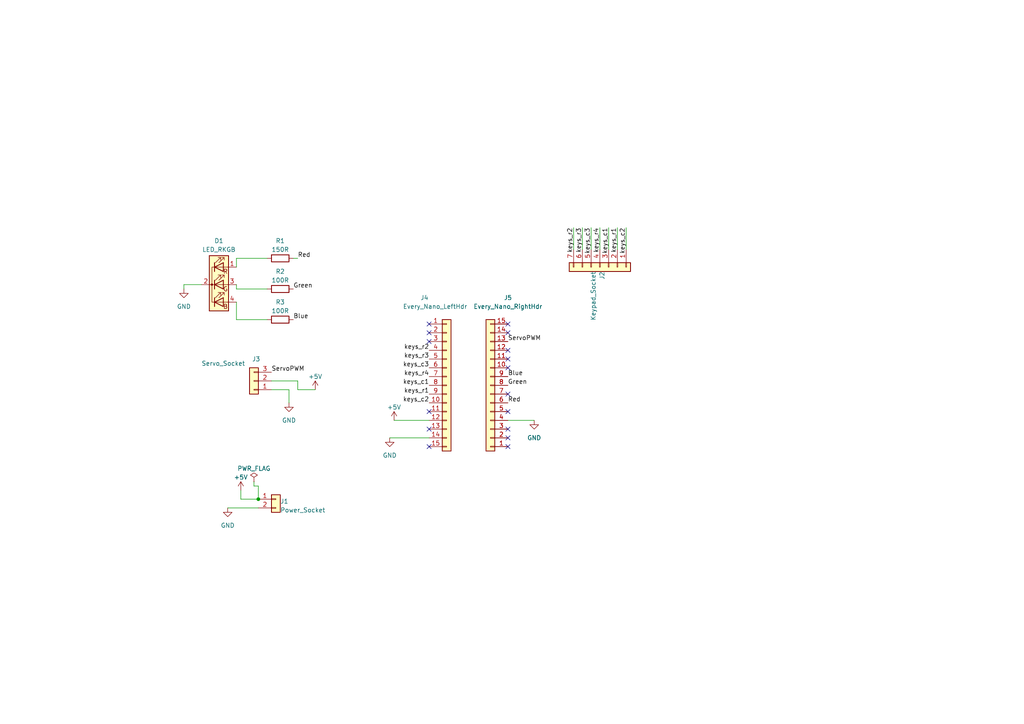
<source format=kicad_sch>
(kicad_sch (version 20230121) (generator eeschema)
  (paper "A4")
  (title_block (title "LockingDiary") (date "2023-05-06") (rev "rev1") (company "Rothermere Labs"))
  (lib_symbols
    (symbol "Connector_Generic:Conn_01x02" (pin_names (offset 1.016) hide)
      (property "Reference" "J" (at 0 2.54 0))
      (property "Value" "Conn_01x02" (at 0 -5.08 0))
      (symbol "Conn_01x02_1_1"
        (rectangle (start -1.27 -2.413) (end 0 -2.667) (stroke (width 0.1524)))
        (rectangle (start -1.27 0.127) (end 0 -0.127) (stroke (width 0.1524)))
        (rectangle (start -1.27 1.27) (end 1.27 -3.81) (stroke (width 0.254)) (fill (type background)))
        (pin passive line (at -5.08 0 0) (length 3.81) (name "Pin_1") (number "1"))
        (pin passive line (at -5.08 -2.54 0) (length 3.81) (name "Pin_2") (number "2"))
      )
    )
    (symbol "Connector_Generic:Conn_01x03" (pin_names (offset 1.016) hide)
      (property "Reference" "J" (at 0 5.08 0))
      (property "Value" "Conn_01x03" (at 0 -5.08 0))
      (symbol "Conn_01x03_1_1"
        (rectangle (start -1.27 -2.413) (end 0 -2.667) (stroke (width 0.1524)))
        (rectangle (start -1.27 0.127) (end 0 -0.127) (stroke (width 0.1524)))
        (rectangle (start -1.27 2.667) (end 0 2.413) (stroke (width 0.1524)))
        (rectangle (start -1.27 3.81) (end 1.27 -3.81) (stroke (width 0.254)) (fill (type background)))
        (pin passive line (at -5.08 2.54 0) (length 3.81) (name "Pin_1") (number "1"))
        (pin passive line (at -5.08 0 0) (length 3.81) (name "Pin_2") (number "2"))
        (pin passive line (at -5.08 -2.54 0) (length 3.81) (name "Pin_3") (number "3"))
      )
    )
    (symbol "Connector_Generic:Conn_01x07" (pin_names (offset 1.016) hide)
      (property "Reference" "J" (at 0 10.16 0))
      (property "Value" "Conn_01x07" (at 0 -10.16 0))
      (symbol "Conn_01x07_1_1"
        (rectangle (start -1.27 -7.493) (end 0 -7.747) (stroke (width 0.1524)))
        (rectangle (start -1.27 -4.953) (end 0 -5.207) (stroke (width 0.1524)))
        (rectangle (start -1.27 -2.413) (end 0 -2.667) (stroke (width 0.1524)))
        (rectangle (start -1.27 0.127) (end 0 -0.127) (stroke (width 0.1524)))
        (rectangle (start -1.27 2.667) (end 0 2.413) (stroke (width 0.1524)))
        (rectangle (start -1.27 5.207) (end 0 4.953) (stroke (width 0.1524)))
        (rectangle (start -1.27 7.747) (end 0 7.493) (stroke (width 0.1524)))
        (rectangle (start -1.27 8.89) (end 1.27 -8.89) (stroke (width 0.254)) (fill (type background)))
        (pin passive line (at -5.08 7.62 0) (length 3.81) (name "Pin_1") (number "1"))
        (pin passive line (at -5.08 5.08 0) (length 3.81) (name "Pin_2") (number "2"))
        (pin passive line (at -5.08 2.54 0) (length 3.81) (name "Pin_3") (number "3"))
        (pin passive line (at -5.08 0 0) (length 3.81) (name "Pin_4") (number "4"))
        (pin passive line (at -5.08 -2.54 0) (length 3.81) (name "Pin_5") (number "5"))
        (pin passive line (at -5.08 -5.08 0) (length 3.81) (name "Pin_6") (number "6"))
        (pin passive line (at -5.08 -7.62 0) (length 3.81) (name "Pin_7") (number "7"))
      )
    )
    (symbol "Connector_Generic:Conn_01x15" (pin_names (offset 1.016) hide)
      (property "Reference" "J" (at 0 20.32 0))
      (property "Value" "Conn_01x15" (at 0 -20.32 0))
      (symbol "Conn_01x15_1_1"
        (rectangle (start -1.27 -17.653) (end 0 -17.907) (stroke (width 0.1524)))
        (rectangle (start -1.27 -15.113) (end 0 -15.367) (stroke (width 0.1524)))
        (rectangle (start -1.27 -12.573) (end 0 -12.827) (stroke (width 0.1524)))
        (rectangle (start -1.27 -10.033) (end 0 -10.287) (stroke (width 0.1524)))
        (rectangle (start -1.27 -7.493) (end 0 -7.747) (stroke (width 0.1524)))
        (rectangle (start -1.27 -4.953) (end 0 -5.207) (stroke (width 0.1524)))
        (rectangle (start -1.27 -2.413) (end 0 -2.667) (stroke (width 0.1524)))
        (rectangle (start -1.27 0.127) (end 0 -0.127) (stroke (width 0.1524)))
        (rectangle (start -1.27 2.667) (end 0 2.413) (stroke (width 0.1524)))
        (rectangle (start -1.27 5.207) (end 0 4.953) (stroke (width 0.1524)))
        (rectangle (start -1.27 7.747) (end 0 7.493) (stroke (width 0.1524)))
        (rectangle (start -1.27 10.287) (end 0 10.033) (stroke (width 0.1524)))
        (rectangle (start -1.27 12.827) (end 0 12.573) (stroke (width 0.1524)))
        (rectangle (start -1.27 15.367) (end 0 15.113) (stroke (width 0.1524)))
        (rectangle (start -1.27 17.907) (end 0 17.653) (stroke (width 0.1524)))
        (rectangle (start -1.27 19.05) (end 1.27 -19.05) (stroke (width 0.254)) (fill (type background)))
        (pin passive line (at -5.08 17.78 0) (length 3.81) (name "Pin_1") (number "1"))
        (pin passive line (at -5.08 -5.08 0) (length 3.81) (name "Pin_10") (number "10"))
        (pin passive line (at -5.08 -7.62 0) (length 3.81) (name "Pin_11") (number "11"))
        (pin passive line (at -5.08 -10.16 0) (length 3.81) (name "Pin_12") (number "12"))
        (pin passive line (at -5.08 -12.7 0) (length 3.81) (name "Pin_13") (number "13"))
        (pin passive line (at -5.08 -15.24 0) (length 3.81) (name "Pin_14") (number "14"))
        (pin passive line (at -5.08 -17.78 0) (length 3.81) (name "Pin_15") (number "15"))
        (pin passive line (at -5.08 15.24 0) (length 3.81) (name "Pin_2") (number "2"))
        (pin passive line (at -5.08 12.7 0) (length 3.81) (name "Pin_3") (number "3"))
        (pin passive line (at -5.08 10.16 0) (length 3.81) (name "Pin_4") (number "4"))
        (pin passive line (at -5.08 7.62 0) (length 3.81) (name "Pin_5") (number "5"))
        (pin passive line (at -5.08 5.08 0) (length 3.81) (name "Pin_6") (number "6"))
        (pin passive line (at -5.08 2.54 0) (length 3.81) (name "Pin_7") (number "7"))
        (pin passive line (at -5.08 0 0) (length 3.81) (name "Pin_8") (number "8"))
        (pin passive line (at -5.08 -2.54 0) (length 3.81) (name "Pin_9") (number "9"))
      )
    )
    (symbol "Device:LED_RKGB" (pin_names (offset 0) hide)
      (property "Reference" "D" (at 0 9.398 0))
      (property "Value" "LED_RKGB" (at 0 -8.89 0))
      (symbol "LED_RKGB_0_0"
        (text "B" (at 1.905 -6.35 0) (effects (font (size 1.27 1.27))))
        (text "G" (at 1.905 -1.27 0) (effects (font (size 1.27 1.27))))
        (text "R" (at 1.905 3.81 0) (effects (font (size 1.27 1.27))))
      )
      (symbol "LED_RKGB_0_1"
        (circle (center -2.032 0) (radius 0.254) (fill (type outline)))
        (polyline (pts (xy -1.27 -5.08) (xy 1.27 -5.08)))
        (polyline (pts (xy -1.27 -3.81) (xy -1.27 -6.35)) (stroke (width 0.254)))
        (polyline (pts (xy -1.27 0) (xy -2.54 0)))
        (polyline (pts (xy -1.27 1.27) (xy -1.27 -1.27)) (stroke (width 0.254)))
        (polyline (pts (xy -1.27 5.08) (xy 1.27 5.08)))
        (polyline (pts (xy -1.27 6.35) (xy -1.27 3.81)) (stroke (width 0.254)))
        (polyline (pts (xy 1.27 -5.08) (xy 2.54 -5.08)))
        (polyline (pts (xy 1.27 0) (xy -1.27 0)))
        (polyline (pts (xy 1.27 0) (xy 2.54 0)))
        (polyline (pts (xy 1.27 5.08) (xy 2.54 5.08)))
        (polyline (pts (xy -1.27 1.27) (xy -1.27 -1.27) (xy -1.27 -1.27)))
        (polyline (pts (xy -1.27 6.35) (xy -1.27 3.81) (xy -1.27 3.81)))
        (polyline (pts (xy -1.27 5.08) (xy -2.032 5.08) (xy -2.032 -5.08) (xy -1.016 -5.08)))
        (polyline (pts (xy 1.27 -3.81) (xy 1.27 -6.35) (xy -1.27 -5.08) (xy 1.27 -3.81)) (stroke (width 0.254)))
        (polyline (pts (xy 1.27 1.27) (xy 1.27 -1.27) (xy -1.27 0) (xy 1.27 1.27)) (stroke (width 0.254)))
        (polyline (pts (xy 1.27 6.35) (xy 1.27 3.81) (xy -1.27 5.08) (xy 1.27 6.35)) (stroke (width 0.254)))
        (polyline (pts (xy -1.016 -3.81) (xy 0.508 -2.286) (xy -0.254 -2.286) (xy 0.508 -2.286) (xy 0.508 -3.048)))
        (polyline (pts (xy -1.016 1.27) (xy 0.508 2.794) (xy -0.254 2.794) (xy 0.508 2.794) (xy 0.508 2.032)))
        (polyline (pts (xy -1.016 6.35) (xy 0.508 7.874) (xy -0.254 7.874) (xy 0.508 7.874) (xy 0.508 7.112)))
        (polyline (pts (xy 0 -3.81) (xy 1.524 -2.286) (xy 0.762 -2.286) (xy 1.524 -2.286) (xy 1.524 -3.048)))
        (polyline (pts (xy 0 1.27) (xy 1.524 2.794) (xy 0.762 2.794) (xy 1.524 2.794) (xy 1.524 2.032)))
        (polyline (pts (xy 0 6.35) (xy 1.524 7.874) (xy 0.762 7.874) (xy 1.524 7.874) (xy 1.524 7.112)))
        (rectangle (start 1.27 -1.27) (end 1.27 1.27))
        (rectangle (start 1.27 1.27) (end 1.27 1.27))
        (rectangle (start 1.27 3.81) (end 1.27 6.35))
        (rectangle (start 1.27 6.35) (end 1.27 6.35))
        (rectangle (start 2.794 8.382) (end -2.794 -7.62) (stroke (width 0.254)) (fill (type background)))
      )
      (symbol "LED_RKGB_1_1"
        (pin passive line (at 5.08 5.08 180) (length 2.54) (name "RA") (number "1"))
        (pin passive line (at -5.08 0 0) (length 2.54) (name "K") (number "2"))
        (pin passive line (at 5.08 0 180) (length 2.54) (name "GA") (number "3"))
        (pin passive line (at 5.08 -5.08 180) (length 2.54) (name "BA") (number "4"))
      )
    )
    (symbol "Device:R" (pin_numbers hide) (pin_names (offset 0))
      (property "Reference" "R" (at 2.032 0 90))
      (property "Value" "R" (at 0 0 90))
      (symbol "R_0_1"
        (rectangle (start -1.016 -2.54) (end 1.016 2.54) (stroke (width 0.254)))
      )
      (symbol "R_1_1"
        (pin passive line (at 0 3.81 270) (length 1.27) (name "~") (number "1"))
        (pin passive line (at 0 -3.81 90) (length 1.27) (name "~") (number "2"))
      )
    )
    (symbol "power:+5V" (power) (pin_names (offset 0))
      (property "Value" "+5V" (at 0 3.556 0))
      (symbol "+5V_0_1"
        (polyline (pts (xy -0.762 1.27) (xy 0 2.54)))
        (polyline (pts (xy 0 0) (xy 0 2.54)))
        (polyline (pts (xy 0 2.54) (xy 0.762 1.27)))
      )
      (symbol "+5V_1_1"
        (pin power_in line (at 0 0 90) (length 0) hide (name "+5V") (number "1"))
      )
    )
    (symbol "power:GND" (power) (pin_names (offset 0))
      (property "Value" "GND" (at 0 -3.81 0))
      (symbol "GND_0_1"
        (polyline (pts (xy 0 0) (xy 0 -1.27) (xy 1.27 -1.27) (xy 0 -2.54) (xy -1.27 -1.27) (xy 0 -1.27)))
      )
      (symbol "GND_1_1"
        (pin power_in line (at 0 0 270) (length 0) hide (name "GND") (number "1"))
      )
    )
    (symbol "power:PWR_FLAG" (power) (pin_numbers hide) (pin_names (offset 0) hide)
      (property "Value" "PWR_FLAG" (at 0 3.81 0))
      (symbol "PWR_FLAG_0_0"
        (pin power_out line (at 0 0 90) (length 0) (name "pwr") (number "1"))
      )
      (symbol "PWR_FLAG_0_1"
        (polyline (pts (xy 0 0) (xy 0 1.27) (xy -1.016 1.905) (xy 0 2.54) (xy 1.016 1.905) (xy 0 1.27)))
      )
    )
  )
  (junction (at 74.93 144.78))
  (no_connect (at 124.46 119.38))
  (no_connect (at 147.32 119.38))
  (no_connect (at 124.46 129.54))
  (no_connect (at 147.32 129.54))
  (no_connect (at 147.32 96.52))
  (no_connect (at 147.32 101.6))
  (no_connect (at 147.32 124.46))
  (no_connect (at 147.32 127))
  (no_connect (at 147.32 114.3))
  (no_connect (at 124.46 99.06))
  (no_connect (at 124.46 93.98))
  (no_connect (at 147.32 93.98))
  (no_connect (at 124.46 96.52))
  (no_connect (at 124.46 124.46))
  (no_connect (at 147.32 106.68))
  (no_connect (at 147.32 104.14))
  (wire (pts (xy 171.45 66.04) (xy 171.45 72.39)))
  (wire (pts (xy 53.34 83.82) (xy 53.34 82.55)))
  (wire (pts (xy 181.61 66.04) (xy 181.61 72.39)))
  (wire (pts (xy 68.58 82.55) (xy 68.58 83.82)))
  (wire (pts (xy 114.3 121.92) (xy 124.46 121.92)))
  (wire (pts (xy 86.36 113.03) (xy 91.44 113.03)))
  (wire (pts (xy 68.58 87.63) (xy 68.58 92.71)))
  (wire (pts (xy 68.58 74.93) (xy 77.47 74.93)))
  (wire (pts (xy 74.93 140.97) (xy 74.93 144.78)))
  (wire (pts (xy 73.66 140.97) (xy 74.93 140.97)))
  (wire (pts (xy 179.07 66.04) (xy 179.07 72.39)))
  (wire (pts (xy 176.53 66.04) (xy 176.53 72.39)))
  (wire (pts (xy 73.66 139.7) (xy 73.66 140.97)))
  (wire (pts (xy 113.03 127) (xy 124.46 127)))
  (wire (pts (xy 68.58 92.71) (xy 77.47 92.71)))
  (wire (pts (xy 66.04 147.32) (xy 74.93 147.32)))
  (wire (pts (xy 68.58 83.82) (xy 77.47 83.82)))
  (wire (pts (xy 83.82 113.03) (xy 83.82 116.84)))
  (wire (pts (xy 78.74 113.03) (xy 83.82 113.03)))
  (wire (pts (xy 69.85 144.78) (xy 74.93 144.78)))
  (wire (pts (xy 68.58 77.47) (xy 68.58 74.93)))
  (wire (pts (xy 86.36 74.93) (xy 85.09 74.93)))
  (wire (pts (xy 86.36 110.49) (xy 86.36 113.03)))
  (wire (pts (xy 173.99 66.04) (xy 173.99 72.39)))
  (wire (pts (xy 69.85 142.24) (xy 69.85 144.78)))
  (wire (pts (xy 166.37 66.04) (xy 166.37 72.39)))
  (wire (pts (xy 147.32 121.92) (xy 154.94 121.92)))
  (wire (pts (xy 53.34 82.55) (xy 58.42 82.55)))
  (wire (pts (xy 78.74 110.49) (xy 86.36 110.49)))
  (wire (pts (xy 168.91 66.04) (xy 168.91 72.39)))
  (label "keys_r3" (at 168.91 66.04 270))
  (label "Red" (at 147.32 116.84 0))
  (label "ServoPWM" (at 147.32 99.06 0))
  (label "keys_r3" (at 124.46 104.14 180))
  (label "keys_c2" (at 124.46 116.84 180))
  (label "keys_c1" (at 124.46 111.76 180))
  (label "keys_r2" (at 124.46 101.6 180))
  (label "Green" (at 147.32 111.76 0))
  (label "keys_r1" (at 179.07 66.04 270))
  (label "Green" (at 85.09 83.82 0))
  (label "keys_c3" (at 171.45 66.04 270))
  (label "keys_c2" (at 181.61 66.04 270))
  (label "keys_r2" (at 166.37 66.04 270))
  (label "keys_r4" (at 173.99 66.04 270))
  (label "keys_c1" (at 176.53 66.04 270))
  (label "Blue" (at 85.09 92.71 0))
  (label "ServoPWM" (at 78.74 107.95 0))
  (label "keys_r1" (at 124.46 114.3 180))
  (label "Red" (at 86.36 74.93 0))
  (label "keys_c3" (at 124.46 106.68 180))
  (label "Blue" (at 147.32 109.22 0))
  (label "keys_r4" (at 124.46 109.22 180))
  (symbol (lib_id "power:GND") (at 154.94 121.92 0) (unit 1)
    (property "Reference" "#PWR05" (effects hide))
    (property "Value" "GND" (at 154.94 127 0))
  )
  (symbol (lib_id "Device:R") (at 81.28 74.93 90) (unit 1)
    (property "Reference" "R1" (at 81.28 69.85 90))
    (property "Value" "150R" (at 81.28 72.39 90))
    (property "Footprint" "Resistor_THT:R_Axial_DIN0207_L6.3mm_D2.5mm_P10.16mm_Horizontal" (effects hide))
  )
  (symbol (lib_id "power:+5V") (at 69.85 142.24 0) (unit 1)
    (property "Reference" "#PWR01" (effects hide))
    (property "Value" "+5V" (at 69.85 138.43 0))
  )
  (symbol (lib_id "power:PWR_FLAG") (at 73.66 139.7 0) (unit 1)
    (property "Reference" "#FLG01" (effects hide))
    (property "Value" "PWR_FLAG" (at 73.66 135.89 0))
  )
  (symbol (lib_id "power:+5V") (at 114.3 121.92 0) (unit 1)
    (property "Reference" "#PWR08" (effects hide))
    (property "Value" "+5V" (at 114.3 118.11 0))
  )
  (symbol (lib_id "power:GND") (at 83.82 116.84 0) (unit 1)
    (property "Reference" "#PWR06" (effects hide))
    (property "Value" "GND" (at 83.82 121.92 0))
  )
  (symbol (lib_id "Connector_Generic:Conn_01x15") (at 142.24 111.76 180) (unit 1)
    (property "Reference" "J5" (at 147.32 86.36 0))
    (property "Value" "Every_Nano_RightHdr" (at 147.32 88.9 0))
    (property "Footprint" "Connector_PinSocket_2.54mm:PinSocket_1x15_P2.54mm_Vertical" (effects hide))
  )
  (symbol (lib_id "Device:LED_RKGB") (at 63.5 82.55 0) (unit 1)
    (property "Reference" "D1" (at 63.5 69.85 0))
    (property "Value" "LED_RKGB" (at 63.5 72.39 0))
    (property "Footprint" "LED_THT:LED_D5.0mm-4_RGB" (effects hide))
  )
  (symbol (lib_id "Connector_Generic:Conn_01x07") (at 173.99 77.47 270) (unit 1)
    (property "Reference" "J2" (at 174.625 78.74 0) (effects (justify left)))
    (property "Value" "Keypad_Socket" (at 172.085 78.74 0) (effects (justify left)))
    (property "Footprint" "Connector_PinSocket_2.54mm:PinSocket_1x07_P2.54mm_Vertical" (effects hide))
  )
  (symbol (lib_id "power:GND") (at 113.03 127 0) (unit 1)
    (property "Reference" "#PWR03" (effects hide))
    (property "Value" "GND" (at 113.03 132.08 0))
  )
  (symbol (lib_id "Device:R") (at 81.28 92.71 90) (unit 1)
    (property "Reference" "R3" (at 81.28 87.63 90))
    (property "Value" "100R" (at 81.28 90.17 90))
    (property "Footprint" "Resistor_THT:R_Axial_DIN0207_L6.3mm_D2.5mm_P10.16mm_Horizontal" (effects hide))
  )
  (symbol (lib_id "power:+5V") (at 91.44 113.03 0) (unit 1)
    (property "Reference" "#PWR07" (effects hide))
    (property "Value" "+5V" (at 91.44 109.22 0))
  )
  (symbol (lib_id "power:GND") (at 53.34 83.82 0) (unit 1)
    (property "Reference" "#PWR04" (effects hide))
    (property "Value" "GND" (at 53.34 88.9 0))
  )
  (symbol (lib_id "Connector_Generic:Conn_01x02") (at 80.01 144.78 0) (unit 1)
    (property "Reference" "J1" (at 81.28 145.415 0) (effects (justify left)))
    (property "Value" "Power_Socket" (at 81.28 147.955 0) (effects (justify left)))
    (property "Footprint" "Connector_JST:JST_PH_S2B-PH-K_1x02_P2.00mm_Horizontal" (effects hide))
  )
  (symbol (lib_id "power:GND") (at 66.04 147.32 0) (unit 1)
    (property "Reference" "#PWR02" (effects hide))
    (property "Value" "GND" (at 66.04 152.4 0))
  )
  (symbol (lib_id "Connector_Generic:Conn_01x15") (at 129.54 111.76 0) (unit 1)
    (property "Reference" "J4" (at 121.92 86.36 0) (effects (justify left)))
    (property "Value" "Every_Nano_LeftHdr" (at 116.84 88.9 0) (effects (justify left)))
    (property "Footprint" "Connector_PinSocket_2.54mm:PinSocket_1x15_P2.54mm_Vertical" (effects hide))
  )
  (symbol (lib_id "Device:R") (at 81.28 83.82 90) (unit 1)
    (property "Reference" "R2" (at 81.28 78.74 90))
    (property "Value" "100R" (at 81.28 81.28 90))
    (property "Footprint" "Resistor_THT:R_Axial_DIN0207_L6.3mm_D2.5mm_P10.16mm_Horizontal" (effects hide))
  )
  (symbol (lib_id "Connector_Generic:Conn_01x03") (at 73.66 110.49 180) (unit 1)
    (property "Reference" "J3" (at 74.295 104.14 0))
    (property "Value" "Servo_Socket" (at 64.77 105.41 0))
    (property "Footprint" "Connector_JST:JST_PH_S3B-PH-K_1x03_P2.00mm_Horizontal" (effects hide))
  )
)
</source>
